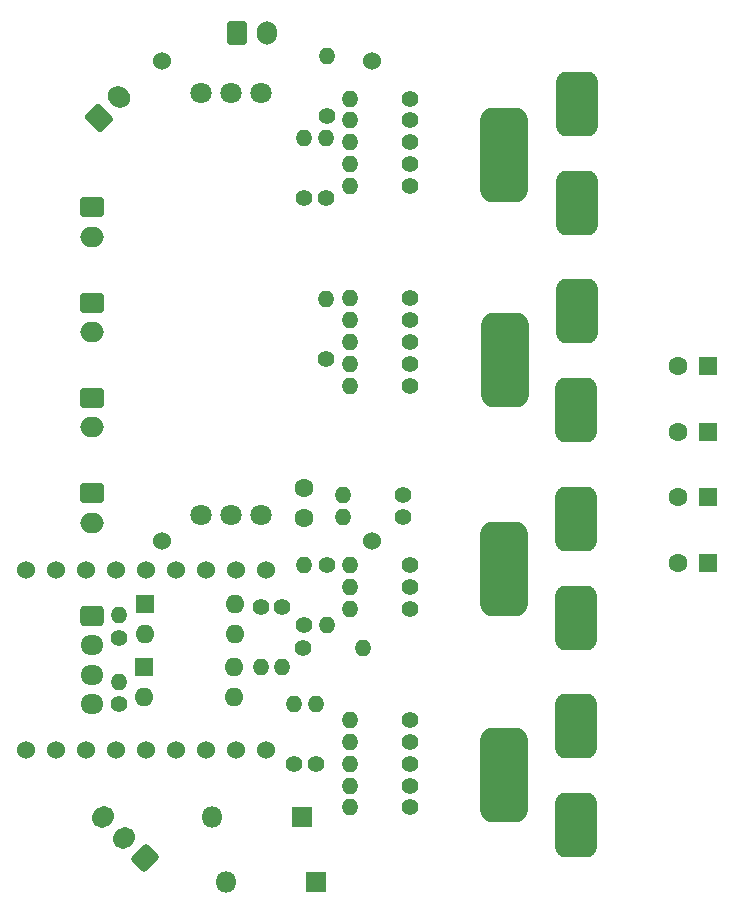
<source format=gbr>
%TF.GenerationSoftware,KiCad,Pcbnew,7.0.9*%
%TF.CreationDate,2024-06-15T23:05:37+09:00*%
%TF.ProjectId,Drive,44726976-652e-46b6-9963-61645f706362,rev?*%
%TF.SameCoordinates,Original*%
%TF.FileFunction,Soldermask,Bot*%
%TF.FilePolarity,Negative*%
%FSLAX46Y46*%
G04 Gerber Fmt 4.6, Leading zero omitted, Abs format (unit mm)*
G04 Created by KiCad (PCBNEW 7.0.9) date 2024-06-15 23:05:37*
%MOMM*%
%LPD*%
G01*
G04 APERTURE LIST*
G04 Aperture macros list*
%AMRoundRect*
0 Rectangle with rounded corners*
0 $1 Rounding radius*
0 $2 $3 $4 $5 $6 $7 $8 $9 X,Y pos of 4 corners*
0 Add a 4 corners polygon primitive as box body*
4,1,4,$2,$3,$4,$5,$6,$7,$8,$9,$2,$3,0*
0 Add four circle primitives for the rounded corners*
1,1,$1+$1,$2,$3*
1,1,$1+$1,$4,$5*
1,1,$1+$1,$6,$7*
1,1,$1+$1,$8,$9*
0 Add four rect primitives between the rounded corners*
20,1,$1+$1,$2,$3,$4,$5,0*
20,1,$1+$1,$4,$5,$6,$7,0*
20,1,$1+$1,$6,$7,$8,$9,0*
20,1,$1+$1,$8,$9,$2,$3,0*%
%AMHorizOval*
0 Thick line with rounded ends*
0 $1 width*
0 $2 $3 position (X,Y) of the first rounded end (center of the circle)*
0 $4 $5 position (X,Y) of the second rounded end (center of the circle)*
0 Add line between two ends*
20,1,$1,$2,$3,$4,$5,0*
0 Add two circle primitives to create the rounded ends*
1,1,$1,$2,$3*
1,1,$1,$4,$5*%
%AMFreePoly0*
4,1,37,-2.000000,3.000000,-1.984315,3.176420,-1.928653,3.370950,-1.834972,3.550293,-1.707107,3.707107,-1.550293,3.834972,-1.370950,3.928653,-1.176420,3.984315,-1.000000,4.000000,1.000000,4.000000,1.176420,3.984315,1.370950,3.928653,1.550293,3.834972,1.707107,3.707107,1.834972,3.550293,1.928653,3.370950,1.984315,3.176420,2.000000,3.000000,2.000000,-3.000000,1.984315,-3.176420,
1.928653,-3.370950,1.834972,-3.550293,1.707107,-3.707107,1.550293,-3.834972,1.370950,-3.928653,1.176420,-3.984315,1.000000,-4.000000,-1.000000,-4.000000,-1.176420,-3.984315,-1.370950,-3.928653,-1.550293,-3.834972,-1.707107,-3.707107,-1.834972,-3.550293,-1.928653,-3.370950,-1.984315,-3.176420,-2.000000,-3.000000,-2.000000,3.000000,-2.000000,3.000000,$1*%
%AMFreePoly1*
4,1,37,-1.750000,1.875000,-1.741990,1.993125,-1.696327,2.176741,-1.612259,2.346247,-1.493718,2.493718,-1.346247,2.612259,-1.176741,2.696327,-0.993125,2.741990,-0.875000,2.750000,0.875000,2.750000,0.993125,2.741990,1.176741,2.696327,1.346247,2.612259,1.493718,2.493718,1.612259,2.346247,1.696327,2.176741,1.741990,1.993125,1.750000,1.875000,1.750000,-1.875000,1.741990,-1.993125,
1.696327,-2.176741,1.612259,-2.346247,1.493718,-2.493718,1.346247,-2.612259,1.176741,-2.696327,0.993125,-2.741990,0.875000,-2.750000,-0.875000,-2.750000,-0.993125,-2.741990,-1.176741,-2.696327,-1.346247,-2.612259,-1.493718,-2.493718,-1.612259,-2.346247,-1.696327,-2.176741,-1.741990,-1.993125,-1.750000,-1.875000,-1.750000,1.875000,-1.750000,1.875000,$1*%
G04 Aperture macros list end*
%ADD10RoundRect,0.250000X0.936916X0.088388X0.088388X0.936916X-0.936916X-0.088388X-0.088388X-0.936916X0*%
%ADD11HorizOval,1.700000X0.088388X0.088388X-0.088388X-0.088388X0*%
%ADD12FreePoly0,0.000000*%
%ADD13R,1.600000X1.600000*%
%ADD14C,1.600000*%
%ADD15C,1.400000*%
%ADD16O,1.400000X1.400000*%
%ADD17FreePoly1,0.000000*%
%ADD18RoundRect,0.250000X-0.600000X-0.750000X0.600000X-0.750000X0.600000X0.750000X-0.600000X0.750000X0*%
%ADD19O,1.700000X2.000000*%
%ADD20C,1.800000*%
%ADD21RoundRect,0.250000X0.106066X-0.954594X0.954594X-0.106066X-0.106066X0.954594X-0.954594X0.106066X0*%
%ADD22HorizOval,1.700000X-0.106066X0.106066X0.106066X-0.106066X0*%
%ADD23O,1.600000X1.600000*%
%ADD24C,1.524000*%
%ADD25R,1.800000X1.800000*%
%ADD26O,1.800000X1.800000*%
%ADD27RoundRect,0.250000X-0.750000X0.600000X-0.750000X-0.600000X0.750000X-0.600000X0.750000X0.600000X0*%
%ADD28O,2.000000X1.700000*%
%ADD29RoundRect,0.250000X-0.725000X0.600000X-0.725000X-0.600000X0.725000X-0.600000X0.725000X0.600000X0*%
%ADD30O,1.950000X1.700000*%
G04 APERTURE END LIST*
D10*
%TO.C,J1*%
X124053600Y-120904000D03*
D11*
X122285833Y-119136233D03*
X120518066Y-117368466D03*
%TD*%
D12*
%TO.C,*%
X154482800Y-113842800D03*
%TD*%
D13*
%TO.C,C4*%
X171689913Y-90322400D03*
D14*
X169189913Y-90322400D03*
%TD*%
D15*
%TO.C,R25*%
X146507200Y-112877600D03*
D16*
X141427200Y-112877600D03*
%TD*%
D15*
%TO.C,R23*%
X146507200Y-109169200D03*
D16*
X141427200Y-109169200D03*
%TD*%
D15*
%TO.C,R33*%
X139395200Y-65024000D03*
D16*
X139395200Y-59944000D03*
%TD*%
D17*
%TO.C,*%
X160629600Y-65430400D03*
%TD*%
D15*
%TO.C,R5*%
X146507200Y-60274200D03*
D16*
X141427200Y-60274200D03*
%TD*%
D18*
%TO.C,C6*%
X131851400Y-51054000D03*
D19*
X134351400Y-51054000D03*
%TD*%
D17*
%TO.C,*%
X160578800Y-82956400D03*
%TD*%
D12*
%TO.C,*%
X154482800Y-61315600D03*
%TD*%
D20*
%TO.C,Q1*%
X131292600Y-91800800D03*
X128752600Y-91800800D03*
X133832600Y-91800800D03*
%TD*%
D15*
%TO.C,R12*%
X146481800Y-79044800D03*
D16*
X141401800Y-79044800D03*
%TD*%
D15*
%TO.C,R22*%
X146507200Y-111023400D03*
D16*
X141427200Y-111023400D03*
%TD*%
D15*
%TO.C,R13*%
X139420600Y-96037400D03*
D16*
X139420600Y-101117400D03*
%TD*%
D21*
%TO.C,J3*%
X120116600Y-58216800D03*
D22*
X121884367Y-56449033D03*
%TD*%
D15*
%TO.C,R24*%
X146507200Y-116586000D03*
D16*
X141427200Y-116586000D03*
%TD*%
D15*
%TO.C,R6*%
X146507200Y-62128400D03*
D16*
X141427200Y-62128400D03*
%TD*%
D12*
%TO.C,*%
X154508200Y-78740000D03*
%TD*%
D15*
%TO.C,R28*%
X146507200Y-114731800D03*
D16*
X141427200Y-114731800D03*
%TD*%
D12*
%TO.C,*%
X154457400Y-96418400D03*
%TD*%
D17*
%TO.C,*%
X160578800Y-92151200D03*
%TD*%
D15*
%TO.C,R31*%
X133841200Y-99593400D03*
D16*
X133841200Y-104673400D03*
%TD*%
D13*
%TO.C,U6*%
X124012800Y-99334400D03*
D23*
X124012800Y-101874400D03*
X131632800Y-101874400D03*
X131632800Y-99334400D03*
%TD*%
D24*
%TO.C,U1*%
X114019000Y-111709200D03*
X116559000Y-111709200D03*
X119099000Y-111709200D03*
X121639000Y-111709200D03*
X124179000Y-111709200D03*
X126719000Y-111709200D03*
X129259000Y-111709200D03*
X131799000Y-111709200D03*
X134339000Y-111709200D03*
X134339000Y-96469200D03*
X131799000Y-96469200D03*
X129259000Y-96469200D03*
X126719000Y-96469200D03*
X124179000Y-96469200D03*
X121639000Y-96469200D03*
X119099000Y-96469200D03*
X116559000Y-96469200D03*
X114019000Y-96469200D03*
%TD*%
D15*
%TO.C,R7*%
X139344400Y-78587600D03*
D16*
X139344400Y-73507600D03*
%TD*%
D17*
%TO.C,*%
X160502600Y-118084600D03*
%TD*%
D15*
%TO.C,R10*%
X146481800Y-80899000D03*
D16*
X141401800Y-80899000D03*
%TD*%
D15*
%TO.C,R18*%
X146507200Y-97891600D03*
D16*
X141427200Y-97891600D03*
%TD*%
D25*
%TO.C,D1*%
X138557000Y-122859800D03*
D26*
X130937000Y-122859800D03*
%TD*%
D20*
%TO.C,Q2*%
X131292600Y-56083200D03*
X133832600Y-56083200D03*
X128752600Y-56083200D03*
%TD*%
D15*
%TO.C,R17*%
X146507200Y-96037400D03*
D16*
X141427200Y-96037400D03*
%TD*%
D15*
%TO.C,R20*%
X121843800Y-107848400D03*
D16*
X121843800Y-105948400D03*
%TD*%
D17*
%TO.C,*%
X160553400Y-100558600D03*
%TD*%
D15*
%TO.C,R9*%
X146481800Y-73482200D03*
D16*
X141401800Y-73482200D03*
%TD*%
D17*
%TO.C,*%
X160655000Y-57023000D03*
%TD*%
D13*
%TO.C,C1*%
X171689913Y-79248000D03*
D14*
X169189913Y-79248000D03*
%TD*%
D27*
%TO.C,J5*%
X119604200Y-73836000D03*
D28*
X119604200Y-76336000D03*
%TD*%
D13*
%TO.C,U7*%
X124007400Y-104668400D03*
D23*
X124007400Y-107208400D03*
X131627400Y-107208400D03*
X131627400Y-104668400D03*
%TD*%
D13*
%TO.C,C5*%
X171689913Y-95859600D03*
D14*
X169189913Y-95859600D03*
%TD*%
D27*
%TO.C,J4*%
X119604200Y-65755200D03*
D28*
X119604200Y-68255200D03*
%TD*%
D27*
%TO.C,J6*%
X119604200Y-81887800D03*
D28*
X119604200Y-84387800D03*
%TD*%
D15*
%TO.C,R15*%
X145897600Y-90144600D03*
D16*
X140817600Y-90144600D03*
%TD*%
D13*
%TO.C,C2*%
X171689913Y-84785200D03*
D14*
X169189913Y-84785200D03*
%TD*%
D15*
%TO.C,R1*%
X139420600Y-58039000D03*
D16*
X139420600Y-52959000D03*
%TD*%
D15*
%TO.C,R19*%
X121843800Y-102200200D03*
D16*
X121843800Y-100300200D03*
%TD*%
D25*
%TO.C,D2*%
X137312400Y-117373400D03*
D26*
X129692400Y-117373400D03*
%TD*%
D15*
%TO.C,R32*%
X137515600Y-65024000D03*
D16*
X137515600Y-59944000D03*
%TD*%
D15*
%TO.C,R2*%
X146507200Y-58420000D03*
D16*
X141427200Y-58420000D03*
%TD*%
D15*
%TO.C,R14*%
X145897600Y-91998800D03*
D16*
X140817600Y-91998800D03*
%TD*%
D17*
%TO.C,*%
X160604200Y-74549000D03*
%TD*%
D15*
%TO.C,R30*%
X135686800Y-99593400D03*
D16*
X135686800Y-104673400D03*
%TD*%
D27*
%TO.C,J7*%
X119604200Y-89965000D03*
D28*
X119604200Y-92465000D03*
%TD*%
D14*
%TO.C,C3*%
X137515600Y-92075000D03*
X137515600Y-89575000D03*
%TD*%
D15*
%TO.C,R26*%
X137541000Y-101117400D03*
D16*
X137541000Y-96037400D03*
%TD*%
D17*
%TO.C,*%
X160528000Y-109677200D03*
%TD*%
D15*
%TO.C,R11*%
X146481800Y-77190600D03*
D16*
X141401800Y-77190600D03*
%TD*%
D29*
%TO.C,J2*%
X119583200Y-100348200D03*
D30*
X119583200Y-102848200D03*
X119583200Y-105348200D03*
X119583200Y-107848200D03*
%TD*%
D15*
%TO.C,R4*%
X146507200Y-63982600D03*
D16*
X141427200Y-63982600D03*
%TD*%
D15*
%TO.C,R21*%
X138531600Y-112877600D03*
D16*
X138531600Y-107797600D03*
%TD*%
D15*
%TO.C,R3*%
X146507200Y-56565800D03*
D16*
X141427200Y-56565800D03*
%TD*%
D15*
%TO.C,R8*%
X146481800Y-75336400D03*
D16*
X141401800Y-75336400D03*
%TD*%
D24*
%TO.C,U4*%
X143306800Y-53416200D03*
X125526800Y-53416200D03*
X143306800Y-94056200D03*
X125526800Y-94056200D03*
%TD*%
D15*
%TO.C,R27*%
X136652000Y-112877600D03*
D16*
X136652000Y-107797600D03*
%TD*%
D15*
%TO.C,R29*%
X137439400Y-103124000D03*
D16*
X142519400Y-103124000D03*
%TD*%
D15*
%TO.C,R16*%
X146507200Y-99745800D03*
D16*
X141427200Y-99745800D03*
%TD*%
M02*

</source>
